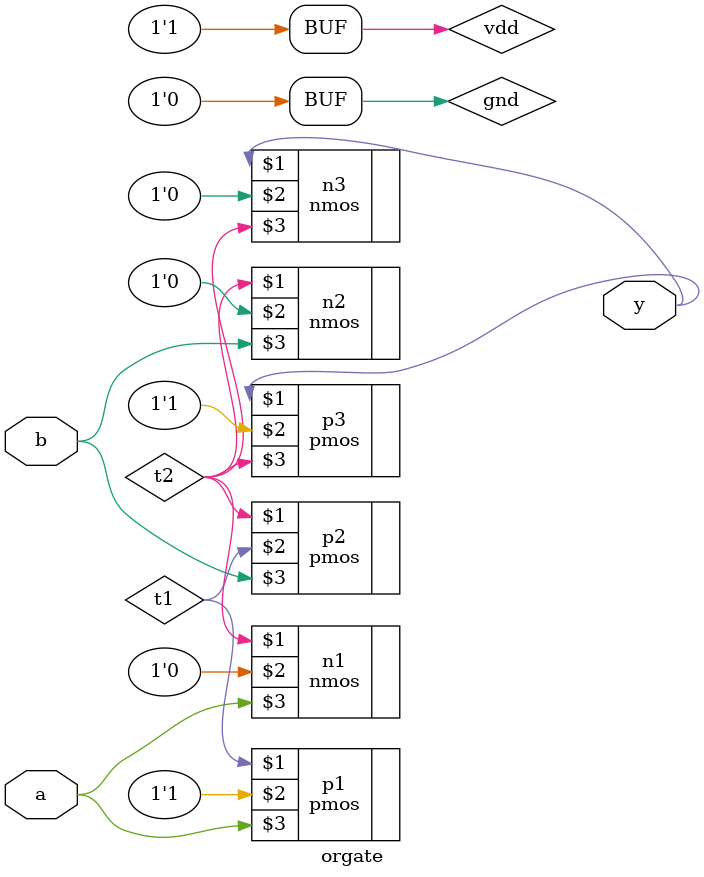
<source format=v>
`timescale 1ns / 1ps


module orgate(
    input a,b,
    output y
    );
    
    supply1 vdd;
    supply0 gnd;
    wire t1, t2;
    
    pmos p1 (t1, vdd, a);
    pmos p2 (t2, t1, b);
    
    nmos n1 (t2, gnd, a);
    nmos n2 (t2, gnd, b);
    
    pmos p3 (y, vdd, t2);
    nmos n3 (y, gnd, t2);
 
endmodule

</source>
